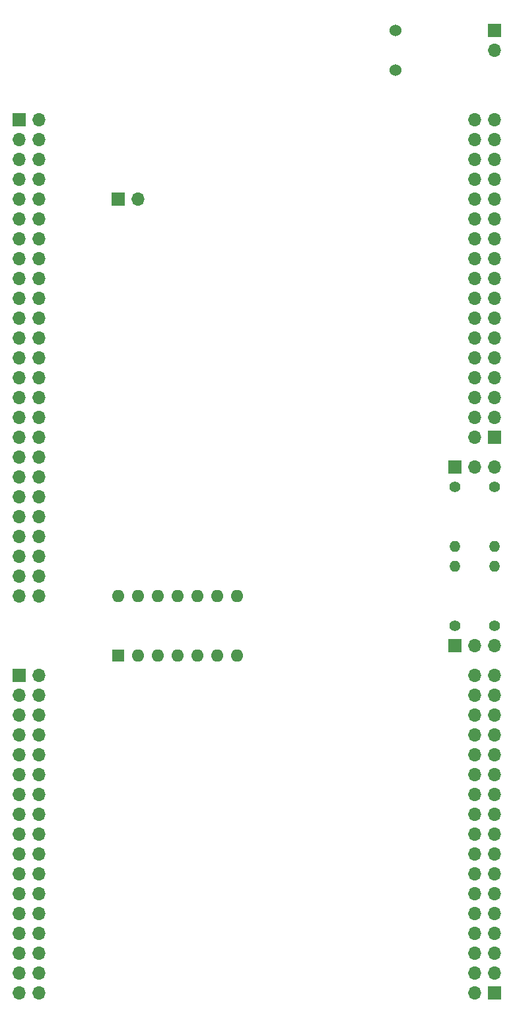
<source format=gbr>
%TF.GenerationSoftware,KiCad,Pcbnew,8.0.4*%
%TF.CreationDate,2024-09-04T22:50:35-05:00*%
%TF.ProjectId,TRS80_Floppy_Adapter,54525338-305f-4466-9c6f-7070795f4164,rev?*%
%TF.SameCoordinates,Original*%
%TF.FileFunction,Soldermask,Bot*%
%TF.FilePolarity,Negative*%
%FSLAX46Y46*%
G04 Gerber Fmt 4.6, Leading zero omitted, Abs format (unit mm)*
G04 Created by KiCad (PCBNEW 8.0.4) date 2024-09-04 22:50:35*
%MOMM*%
%LPD*%
G01*
G04 APERTURE LIST*
%ADD10R,1.700000X1.700000*%
%ADD11O,1.700000X1.700000*%
%ADD12R,1.600000X1.600000*%
%ADD13O,1.600000X1.600000*%
%ADD14C,1.400000*%
%ADD15O,1.400000X1.400000*%
%ADD16C,1.524000*%
G04 APERTURE END LIST*
D10*
%TO.C,J3*%
X152400000Y-85090000D03*
D11*
X154940000Y-85090000D03*
X157480000Y-85090000D03*
%TD*%
D12*
%TO.C,U1*%
X109220000Y-109220000D03*
D13*
X111760000Y-109220000D03*
X114300000Y-109220000D03*
X116840000Y-109220000D03*
X119380000Y-109220000D03*
X121920000Y-109220000D03*
X124460000Y-109220000D03*
X124460000Y-101600000D03*
X121920000Y-101600000D03*
X119380000Y-101600000D03*
X116840000Y-101600000D03*
X114300000Y-101600000D03*
X111760000Y-101600000D03*
X109220000Y-101600000D03*
%TD*%
D10*
%TO.C,PC Floppy 1 & 2*%
X157480000Y-152400000D03*
D11*
X154940000Y-152400000D03*
X157480000Y-149860000D03*
X154940000Y-149860000D03*
X157480000Y-147320000D03*
X154940000Y-147320000D03*
X157480000Y-144780000D03*
X154940000Y-144780000D03*
X157480000Y-142240000D03*
X154940000Y-142240000D03*
X157480000Y-139700000D03*
X154940000Y-139700000D03*
X157480000Y-137160000D03*
X154940000Y-137160000D03*
X157480000Y-134620000D03*
X154940000Y-134620000D03*
X157480000Y-132080000D03*
X154940000Y-132080000D03*
X157480000Y-129540000D03*
X154940000Y-129540000D03*
X157480000Y-127000000D03*
X154940000Y-127000000D03*
X157480000Y-124460000D03*
X154940000Y-124460000D03*
X157480000Y-121920000D03*
X154940000Y-121920000D03*
X157480000Y-119380000D03*
X154940000Y-119380000D03*
X157480000Y-116840000D03*
X154940000Y-116840000D03*
X157480000Y-114300000D03*
X154940000Y-114300000D03*
X157480000Y-111760000D03*
X154940000Y-111760000D03*
%TD*%
D14*
%TO.C,R3*%
X152400000Y-105410000D03*
D15*
X152400000Y-97790000D03*
%TD*%
D10*
%TO.C,J4*%
X152400000Y-107950000D03*
D11*
X154940000Y-107950000D03*
X157480000Y-107950000D03*
%TD*%
D10*
%TO.C,PC Floppy 3 & 4*%
X157480000Y-81280000D03*
D11*
X154940000Y-81280000D03*
X157480000Y-78740000D03*
X154940000Y-78740000D03*
X157480000Y-76200000D03*
X154940000Y-76200000D03*
X157480000Y-73660000D03*
X154940000Y-73660000D03*
X157480000Y-71120000D03*
X154940000Y-71120000D03*
X157480000Y-68580000D03*
X154940000Y-68580000D03*
X157480000Y-66040000D03*
X154940000Y-66040000D03*
X157480000Y-63500000D03*
X154940000Y-63500000D03*
X157480000Y-60960000D03*
X154940000Y-60960000D03*
X157480000Y-58420000D03*
X154940000Y-58420000D03*
X157480000Y-55880000D03*
X154940000Y-55880000D03*
X157480000Y-53340000D03*
X154940000Y-53340000D03*
X157480000Y-50800000D03*
X154940000Y-50800000D03*
X157480000Y-48260000D03*
X154940000Y-48260000D03*
X157480000Y-45720000D03*
X154940000Y-45720000D03*
X157480000Y-43180000D03*
X154940000Y-43180000D03*
X157480000Y-40640000D03*
X154940000Y-40640000D03*
%TD*%
D10*
%TO.C,J1*%
X109220000Y-50800000D03*
D11*
X111760000Y-50800000D03*
%TD*%
D14*
%TO.C,R1*%
X152400000Y-87630000D03*
D15*
X152400000Y-95250000D03*
%TD*%
D10*
%TO.C,TRS80 - 5.25inch*%
X96520000Y-111760000D03*
D11*
X99060000Y-111760000D03*
X96520000Y-114300000D03*
X99060000Y-114300000D03*
X96520000Y-116840000D03*
X99060000Y-116840000D03*
X96520000Y-119380000D03*
X99060000Y-119380000D03*
X96520000Y-121920000D03*
X99060000Y-121920000D03*
X96520000Y-124460000D03*
X99060000Y-124460000D03*
X96520000Y-127000000D03*
X99060000Y-127000000D03*
X96520000Y-129540000D03*
X99060000Y-129540000D03*
X96520000Y-132080000D03*
X99060000Y-132080000D03*
X96520000Y-134620000D03*
X99060000Y-134620000D03*
X96520000Y-137160000D03*
X99060000Y-137160000D03*
X96520000Y-139700000D03*
X99060000Y-139700000D03*
X96520000Y-142240000D03*
X99060000Y-142240000D03*
X96520000Y-144780000D03*
X99060000Y-144780000D03*
X96520000Y-147320000D03*
X99060000Y-147320000D03*
X96520000Y-149860000D03*
X99060000Y-149860000D03*
X96520000Y-152400000D03*
X99060000Y-152400000D03*
%TD*%
D14*
%TO.C,R4*%
X157480000Y-105410000D03*
D15*
X157480000Y-97790000D03*
%TD*%
D10*
%TO.C,J2*%
X157480000Y-29226828D03*
D11*
X157480000Y-31766828D03*
%TD*%
D14*
%TO.C,R2*%
X157480000Y-87630000D03*
D15*
X157480000Y-95250000D03*
%TD*%
D10*
%TO.C,TRS80 - 8inch*%
X96520000Y-40640000D03*
D11*
X99060000Y-40640000D03*
X96520000Y-43180000D03*
X99060000Y-43180000D03*
X96520000Y-45720000D03*
X99060000Y-45720000D03*
X96520000Y-48260000D03*
X99060000Y-48260000D03*
X96520000Y-50800000D03*
X99060000Y-50800000D03*
X96520000Y-53340000D03*
X99060000Y-53340000D03*
X96520000Y-55880000D03*
X99060000Y-55880000D03*
X96520000Y-58420000D03*
X99060000Y-58420000D03*
X96520000Y-60960000D03*
X99060000Y-60960000D03*
X96520000Y-63500000D03*
X99060000Y-63500000D03*
X96520000Y-66040000D03*
X99060000Y-66040000D03*
X96520000Y-68580000D03*
X99060000Y-68580000D03*
X96520000Y-71120000D03*
X99060000Y-71120000D03*
X96520000Y-73660000D03*
X99060000Y-73660000D03*
X96520000Y-76200000D03*
X99060000Y-76200000D03*
X96520000Y-78740000D03*
X99060000Y-78740000D03*
X96520000Y-81280000D03*
X99060000Y-81280000D03*
X96520000Y-83820000D03*
X99060000Y-83820000D03*
X96520000Y-86360000D03*
X99060000Y-86360000D03*
X96520000Y-88900000D03*
X99060000Y-88900000D03*
X96520000Y-91440000D03*
X99060000Y-91440000D03*
X96520000Y-93980000D03*
X99060000Y-93980000D03*
X96520000Y-96520000D03*
X99060000Y-96520000D03*
X96520000Y-99060000D03*
X99060000Y-99060000D03*
X96520000Y-101600000D03*
X99060000Y-101600000D03*
%TD*%
D16*
%TO.C,C1*%
X144780000Y-29226828D03*
X144780000Y-34306828D03*
%TD*%
M02*

</source>
